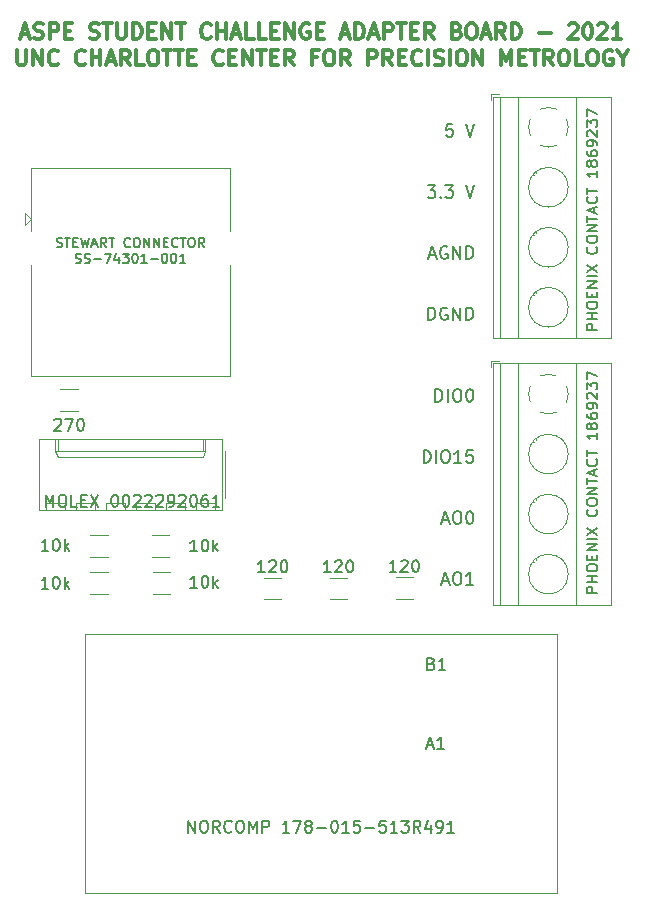
<source format=gbr>
%TF.GenerationSoftware,KiCad,Pcbnew,(5.1.9)-1*%
%TF.CreationDate,2021-06-09T13:11:05-04:00*%
%TF.ProjectId,encoder signal conditioner_rev7,656e636f-6465-4722-9073-69676e616c20,rev?*%
%TF.SameCoordinates,Original*%
%TF.FileFunction,Legend,Top*%
%TF.FilePolarity,Positive*%
%FSLAX46Y46*%
G04 Gerber Fmt 4.6, Leading zero omitted, Abs format (unit mm)*
G04 Created by KiCad (PCBNEW (5.1.9)-1) date 2021-06-09 13:11:05*
%MOMM*%
%LPD*%
G01*
G04 APERTURE LIST*
%ADD10C,0.150000*%
%ADD11C,0.300000*%
%ADD12C,0.120000*%
G04 APERTURE END LIST*
D10*
X105105980Y-75434789D02*
X105220266Y-75472884D01*
X105410742Y-75472884D01*
X105486933Y-75434789D01*
X105525028Y-75396694D01*
X105563123Y-75320503D01*
X105563123Y-75244313D01*
X105525028Y-75168122D01*
X105486933Y-75130027D01*
X105410742Y-75091932D01*
X105258361Y-75053837D01*
X105182171Y-75015741D01*
X105144076Y-74977646D01*
X105105980Y-74901456D01*
X105105980Y-74825265D01*
X105144076Y-74749075D01*
X105182171Y-74710980D01*
X105258361Y-74672884D01*
X105448838Y-74672884D01*
X105563123Y-74710980D01*
X105791695Y-74672884D02*
X106248838Y-74672884D01*
X106020266Y-75472884D02*
X106020266Y-74672884D01*
X106515504Y-75053837D02*
X106782171Y-75053837D01*
X106896457Y-75472884D02*
X106515504Y-75472884D01*
X106515504Y-74672884D01*
X106896457Y-74672884D01*
X107163123Y-74672884D02*
X107353600Y-75472884D01*
X107505980Y-74901456D01*
X107658361Y-75472884D01*
X107848838Y-74672884D01*
X108115504Y-75244313D02*
X108496457Y-75244313D01*
X108039314Y-75472884D02*
X108305980Y-74672884D01*
X108572647Y-75472884D01*
X109296457Y-75472884D02*
X109029790Y-75091932D01*
X108839314Y-75472884D02*
X108839314Y-74672884D01*
X109144076Y-74672884D01*
X109220266Y-74710980D01*
X109258361Y-74749075D01*
X109296457Y-74825265D01*
X109296457Y-74939551D01*
X109258361Y-75015741D01*
X109220266Y-75053837D01*
X109144076Y-75091932D01*
X108839314Y-75091932D01*
X109525028Y-74672884D02*
X109982171Y-74672884D01*
X109753600Y-75472884D02*
X109753600Y-74672884D01*
X111315504Y-75396694D02*
X111277409Y-75434789D01*
X111163123Y-75472884D01*
X111086933Y-75472884D01*
X110972647Y-75434789D01*
X110896457Y-75358599D01*
X110858361Y-75282408D01*
X110820266Y-75130027D01*
X110820266Y-75015741D01*
X110858361Y-74863360D01*
X110896457Y-74787170D01*
X110972647Y-74710980D01*
X111086933Y-74672884D01*
X111163123Y-74672884D01*
X111277409Y-74710980D01*
X111315504Y-74749075D01*
X111810742Y-74672884D02*
X111963123Y-74672884D01*
X112039314Y-74710980D01*
X112115504Y-74787170D01*
X112153600Y-74939551D01*
X112153600Y-75206218D01*
X112115504Y-75358599D01*
X112039314Y-75434789D01*
X111963123Y-75472884D01*
X111810742Y-75472884D01*
X111734552Y-75434789D01*
X111658361Y-75358599D01*
X111620266Y-75206218D01*
X111620266Y-74939551D01*
X111658361Y-74787170D01*
X111734552Y-74710980D01*
X111810742Y-74672884D01*
X112496457Y-75472884D02*
X112496457Y-74672884D01*
X112953600Y-75472884D01*
X112953600Y-74672884D01*
X113334552Y-75472884D02*
X113334552Y-74672884D01*
X113791695Y-75472884D01*
X113791695Y-74672884D01*
X114172647Y-75053837D02*
X114439314Y-75053837D01*
X114553600Y-75472884D02*
X114172647Y-75472884D01*
X114172647Y-74672884D01*
X114553600Y-74672884D01*
X115353600Y-75396694D02*
X115315504Y-75434789D01*
X115201219Y-75472884D01*
X115125028Y-75472884D01*
X115010742Y-75434789D01*
X114934552Y-75358599D01*
X114896457Y-75282408D01*
X114858361Y-75130027D01*
X114858361Y-75015741D01*
X114896457Y-74863360D01*
X114934552Y-74787170D01*
X115010742Y-74710980D01*
X115125028Y-74672884D01*
X115201219Y-74672884D01*
X115315504Y-74710980D01*
X115353600Y-74749075D01*
X115582171Y-74672884D02*
X116039314Y-74672884D01*
X115810742Y-75472884D02*
X115810742Y-74672884D01*
X116458361Y-74672884D02*
X116610742Y-74672884D01*
X116686933Y-74710980D01*
X116763123Y-74787170D01*
X116801219Y-74939551D01*
X116801219Y-75206218D01*
X116763123Y-75358599D01*
X116686933Y-75434789D01*
X116610742Y-75472884D01*
X116458361Y-75472884D01*
X116382171Y-75434789D01*
X116305980Y-75358599D01*
X116267885Y-75206218D01*
X116267885Y-74939551D01*
X116305980Y-74787170D01*
X116382171Y-74710980D01*
X116458361Y-74672884D01*
X117601219Y-75472884D02*
X117334552Y-75091932D01*
X117144076Y-75472884D02*
X117144076Y-74672884D01*
X117448838Y-74672884D01*
X117525028Y-74710980D01*
X117563123Y-74749075D01*
X117601219Y-74825265D01*
X117601219Y-74939551D01*
X117563123Y-75015741D01*
X117525028Y-75053837D01*
X117448838Y-75091932D01*
X117144076Y-75091932D01*
X106705980Y-76784789D02*
X106820266Y-76822884D01*
X107010742Y-76822884D01*
X107086933Y-76784789D01*
X107125028Y-76746694D01*
X107163123Y-76670503D01*
X107163123Y-76594313D01*
X107125028Y-76518122D01*
X107086933Y-76480027D01*
X107010742Y-76441932D01*
X106858361Y-76403837D01*
X106782171Y-76365741D01*
X106744076Y-76327646D01*
X106705980Y-76251456D01*
X106705980Y-76175265D01*
X106744076Y-76099075D01*
X106782171Y-76060980D01*
X106858361Y-76022884D01*
X107048838Y-76022884D01*
X107163123Y-76060980D01*
X107467885Y-76784789D02*
X107582171Y-76822884D01*
X107772647Y-76822884D01*
X107848838Y-76784789D01*
X107886933Y-76746694D01*
X107925028Y-76670503D01*
X107925028Y-76594313D01*
X107886933Y-76518122D01*
X107848838Y-76480027D01*
X107772647Y-76441932D01*
X107620266Y-76403837D01*
X107544076Y-76365741D01*
X107505980Y-76327646D01*
X107467885Y-76251456D01*
X107467885Y-76175265D01*
X107505980Y-76099075D01*
X107544076Y-76060980D01*
X107620266Y-76022884D01*
X107810742Y-76022884D01*
X107925028Y-76060980D01*
X108267885Y-76518122D02*
X108877409Y-76518122D01*
X109182171Y-76022884D02*
X109715504Y-76022884D01*
X109372647Y-76822884D01*
X110363123Y-76289551D02*
X110363123Y-76822884D01*
X110172647Y-75984789D02*
X109982171Y-76556218D01*
X110477409Y-76556218D01*
X110705980Y-76022884D02*
X111201219Y-76022884D01*
X110934552Y-76327646D01*
X111048838Y-76327646D01*
X111125028Y-76365741D01*
X111163123Y-76403837D01*
X111201219Y-76480027D01*
X111201219Y-76670503D01*
X111163123Y-76746694D01*
X111125028Y-76784789D01*
X111048838Y-76822884D01*
X110820266Y-76822884D01*
X110744076Y-76784789D01*
X110705980Y-76746694D01*
X111696457Y-76022884D02*
X111772647Y-76022884D01*
X111848838Y-76060980D01*
X111886933Y-76099075D01*
X111925028Y-76175265D01*
X111963123Y-76327646D01*
X111963123Y-76518122D01*
X111925028Y-76670503D01*
X111886933Y-76746694D01*
X111848838Y-76784789D01*
X111772647Y-76822884D01*
X111696457Y-76822884D01*
X111620266Y-76784789D01*
X111582171Y-76746694D01*
X111544076Y-76670503D01*
X111505980Y-76518122D01*
X111505980Y-76327646D01*
X111544076Y-76175265D01*
X111582171Y-76099075D01*
X111620266Y-76060980D01*
X111696457Y-76022884D01*
X112725028Y-76822884D02*
X112267885Y-76822884D01*
X112496457Y-76822884D02*
X112496457Y-76022884D01*
X112420266Y-76137170D01*
X112344076Y-76213360D01*
X112267885Y-76251456D01*
X113067885Y-76518122D02*
X113677409Y-76518122D01*
X114210742Y-76022884D02*
X114286933Y-76022884D01*
X114363123Y-76060980D01*
X114401219Y-76099075D01*
X114439314Y-76175265D01*
X114477409Y-76327646D01*
X114477409Y-76518122D01*
X114439314Y-76670503D01*
X114401219Y-76746694D01*
X114363123Y-76784789D01*
X114286933Y-76822884D01*
X114210742Y-76822884D01*
X114134552Y-76784789D01*
X114096457Y-76746694D01*
X114058361Y-76670503D01*
X114020266Y-76518122D01*
X114020266Y-76327646D01*
X114058361Y-76175265D01*
X114096457Y-76099075D01*
X114134552Y-76060980D01*
X114210742Y-76022884D01*
X114972647Y-76022884D02*
X115048838Y-76022884D01*
X115125028Y-76060980D01*
X115163123Y-76099075D01*
X115201219Y-76175265D01*
X115239314Y-76327646D01*
X115239314Y-76518122D01*
X115201219Y-76670503D01*
X115163123Y-76746694D01*
X115125028Y-76784789D01*
X115048838Y-76822884D01*
X114972647Y-76822884D01*
X114896457Y-76784789D01*
X114858361Y-76746694D01*
X114820266Y-76670503D01*
X114782171Y-76518122D01*
X114782171Y-76327646D01*
X114820266Y-76175265D01*
X114858361Y-76099075D01*
X114896457Y-76060980D01*
X114972647Y-76022884D01*
X116001219Y-76822884D02*
X115544076Y-76822884D01*
X115772647Y-76822884D02*
X115772647Y-76022884D01*
X115696457Y-76137170D01*
X115620266Y-76213360D01*
X115544076Y-76251456D01*
D11*
X102101175Y-57460866D02*
X102720222Y-57460866D01*
X101977365Y-57832295D02*
X102410699Y-56532295D01*
X102844032Y-57832295D01*
X103215460Y-57770390D02*
X103401175Y-57832295D01*
X103710699Y-57832295D01*
X103834508Y-57770390D01*
X103896413Y-57708485D01*
X103958318Y-57584676D01*
X103958318Y-57460866D01*
X103896413Y-57337057D01*
X103834508Y-57275152D01*
X103710699Y-57213247D01*
X103463080Y-57151342D01*
X103339270Y-57089438D01*
X103277365Y-57027533D01*
X103215460Y-56903723D01*
X103215460Y-56779914D01*
X103277365Y-56656104D01*
X103339270Y-56594200D01*
X103463080Y-56532295D01*
X103772603Y-56532295D01*
X103958318Y-56594200D01*
X104515460Y-57832295D02*
X104515460Y-56532295D01*
X105010699Y-56532295D01*
X105134508Y-56594200D01*
X105196413Y-56656104D01*
X105258318Y-56779914D01*
X105258318Y-56965628D01*
X105196413Y-57089438D01*
X105134508Y-57151342D01*
X105010699Y-57213247D01*
X104515460Y-57213247D01*
X105815460Y-57151342D02*
X106248794Y-57151342D01*
X106434508Y-57832295D02*
X105815460Y-57832295D01*
X105815460Y-56532295D01*
X106434508Y-56532295D01*
X107920222Y-57770390D02*
X108105937Y-57832295D01*
X108415460Y-57832295D01*
X108539270Y-57770390D01*
X108601175Y-57708485D01*
X108663080Y-57584676D01*
X108663080Y-57460866D01*
X108601175Y-57337057D01*
X108539270Y-57275152D01*
X108415460Y-57213247D01*
X108167841Y-57151342D01*
X108044032Y-57089438D01*
X107982127Y-57027533D01*
X107920222Y-56903723D01*
X107920222Y-56779914D01*
X107982127Y-56656104D01*
X108044032Y-56594200D01*
X108167841Y-56532295D01*
X108477365Y-56532295D01*
X108663080Y-56594200D01*
X109034508Y-56532295D02*
X109777365Y-56532295D01*
X109405937Y-57832295D02*
X109405937Y-56532295D01*
X110210699Y-56532295D02*
X110210699Y-57584676D01*
X110272603Y-57708485D01*
X110334508Y-57770390D01*
X110458318Y-57832295D01*
X110705937Y-57832295D01*
X110829746Y-57770390D01*
X110891651Y-57708485D01*
X110953556Y-57584676D01*
X110953556Y-56532295D01*
X111572603Y-57832295D02*
X111572603Y-56532295D01*
X111882127Y-56532295D01*
X112067841Y-56594200D01*
X112191651Y-56718009D01*
X112253556Y-56841819D01*
X112315460Y-57089438D01*
X112315460Y-57275152D01*
X112253556Y-57522771D01*
X112191651Y-57646580D01*
X112067841Y-57770390D01*
X111882127Y-57832295D01*
X111572603Y-57832295D01*
X112872603Y-57151342D02*
X113305937Y-57151342D01*
X113491651Y-57832295D02*
X112872603Y-57832295D01*
X112872603Y-56532295D01*
X113491651Y-56532295D01*
X114048794Y-57832295D02*
X114048794Y-56532295D01*
X114791651Y-57832295D01*
X114791651Y-56532295D01*
X115224984Y-56532295D02*
X115967841Y-56532295D01*
X115596413Y-57832295D02*
X115596413Y-56532295D01*
X118134508Y-57708485D02*
X118072603Y-57770390D01*
X117886889Y-57832295D01*
X117763080Y-57832295D01*
X117577365Y-57770390D01*
X117453556Y-57646580D01*
X117391651Y-57522771D01*
X117329746Y-57275152D01*
X117329746Y-57089438D01*
X117391651Y-56841819D01*
X117453556Y-56718009D01*
X117577365Y-56594200D01*
X117763080Y-56532295D01*
X117886889Y-56532295D01*
X118072603Y-56594200D01*
X118134508Y-56656104D01*
X118691651Y-57832295D02*
X118691651Y-56532295D01*
X118691651Y-57151342D02*
X119434508Y-57151342D01*
X119434508Y-57832295D02*
X119434508Y-56532295D01*
X119991651Y-57460866D02*
X120610699Y-57460866D01*
X119867841Y-57832295D02*
X120301175Y-56532295D01*
X120734508Y-57832295D01*
X121786889Y-57832295D02*
X121167841Y-57832295D01*
X121167841Y-56532295D01*
X122839270Y-57832295D02*
X122220222Y-57832295D01*
X122220222Y-56532295D01*
X123272603Y-57151342D02*
X123705937Y-57151342D01*
X123891651Y-57832295D02*
X123272603Y-57832295D01*
X123272603Y-56532295D01*
X123891651Y-56532295D01*
X124448794Y-57832295D02*
X124448794Y-56532295D01*
X125191651Y-57832295D01*
X125191651Y-56532295D01*
X126491651Y-56594200D02*
X126367841Y-56532295D01*
X126182127Y-56532295D01*
X125996413Y-56594200D01*
X125872603Y-56718009D01*
X125810699Y-56841819D01*
X125748794Y-57089438D01*
X125748794Y-57275152D01*
X125810699Y-57522771D01*
X125872603Y-57646580D01*
X125996413Y-57770390D01*
X126182127Y-57832295D01*
X126305937Y-57832295D01*
X126491651Y-57770390D01*
X126553556Y-57708485D01*
X126553556Y-57275152D01*
X126305937Y-57275152D01*
X127110699Y-57151342D02*
X127544032Y-57151342D01*
X127729746Y-57832295D02*
X127110699Y-57832295D01*
X127110699Y-56532295D01*
X127729746Y-56532295D01*
X129215460Y-57460866D02*
X129834508Y-57460866D01*
X129091651Y-57832295D02*
X129524984Y-56532295D01*
X129958318Y-57832295D01*
X130391651Y-57832295D02*
X130391651Y-56532295D01*
X130701175Y-56532295D01*
X130886889Y-56594200D01*
X131010699Y-56718009D01*
X131072603Y-56841819D01*
X131134508Y-57089438D01*
X131134508Y-57275152D01*
X131072603Y-57522771D01*
X131010699Y-57646580D01*
X130886889Y-57770390D01*
X130701175Y-57832295D01*
X130391651Y-57832295D01*
X131629746Y-57460866D02*
X132248794Y-57460866D01*
X131505937Y-57832295D02*
X131939270Y-56532295D01*
X132372603Y-57832295D01*
X132805937Y-57832295D02*
X132805937Y-56532295D01*
X133301175Y-56532295D01*
X133424984Y-56594200D01*
X133486889Y-56656104D01*
X133548794Y-56779914D01*
X133548794Y-56965628D01*
X133486889Y-57089438D01*
X133424984Y-57151342D01*
X133301175Y-57213247D01*
X132805937Y-57213247D01*
X133920222Y-56532295D02*
X134663080Y-56532295D01*
X134291651Y-57832295D02*
X134291651Y-56532295D01*
X135096413Y-57151342D02*
X135529746Y-57151342D01*
X135715460Y-57832295D02*
X135096413Y-57832295D01*
X135096413Y-56532295D01*
X135715460Y-56532295D01*
X137015460Y-57832295D02*
X136582127Y-57213247D01*
X136272603Y-57832295D02*
X136272603Y-56532295D01*
X136767841Y-56532295D01*
X136891651Y-56594200D01*
X136953556Y-56656104D01*
X137015460Y-56779914D01*
X137015460Y-56965628D01*
X136953556Y-57089438D01*
X136891651Y-57151342D01*
X136767841Y-57213247D01*
X136272603Y-57213247D01*
X138996413Y-57151342D02*
X139182127Y-57213247D01*
X139244032Y-57275152D01*
X139305937Y-57398961D01*
X139305937Y-57584676D01*
X139244032Y-57708485D01*
X139182127Y-57770390D01*
X139058318Y-57832295D01*
X138563080Y-57832295D01*
X138563080Y-56532295D01*
X138996413Y-56532295D01*
X139120222Y-56594200D01*
X139182127Y-56656104D01*
X139244032Y-56779914D01*
X139244032Y-56903723D01*
X139182127Y-57027533D01*
X139120222Y-57089438D01*
X138996413Y-57151342D01*
X138563080Y-57151342D01*
X140110699Y-56532295D02*
X140358318Y-56532295D01*
X140482127Y-56594200D01*
X140605937Y-56718009D01*
X140667841Y-56965628D01*
X140667841Y-57398961D01*
X140605937Y-57646580D01*
X140482127Y-57770390D01*
X140358318Y-57832295D01*
X140110699Y-57832295D01*
X139986889Y-57770390D01*
X139863080Y-57646580D01*
X139801175Y-57398961D01*
X139801175Y-56965628D01*
X139863080Y-56718009D01*
X139986889Y-56594200D01*
X140110699Y-56532295D01*
X141163080Y-57460866D02*
X141782127Y-57460866D01*
X141039270Y-57832295D02*
X141472603Y-56532295D01*
X141905937Y-57832295D01*
X143082127Y-57832295D02*
X142648794Y-57213247D01*
X142339270Y-57832295D02*
X142339270Y-56532295D01*
X142834508Y-56532295D01*
X142958318Y-56594200D01*
X143020222Y-56656104D01*
X143082127Y-56779914D01*
X143082127Y-56965628D01*
X143020222Y-57089438D01*
X142958318Y-57151342D01*
X142834508Y-57213247D01*
X142339270Y-57213247D01*
X143639270Y-57832295D02*
X143639270Y-56532295D01*
X143948794Y-56532295D01*
X144134508Y-56594200D01*
X144258318Y-56718009D01*
X144320222Y-56841819D01*
X144382127Y-57089438D01*
X144382127Y-57275152D01*
X144320222Y-57522771D01*
X144258318Y-57646580D01*
X144134508Y-57770390D01*
X143948794Y-57832295D01*
X143639270Y-57832295D01*
X145929746Y-57337057D02*
X146920222Y-57337057D01*
X148467841Y-56656104D02*
X148529746Y-56594200D01*
X148653556Y-56532295D01*
X148963080Y-56532295D01*
X149086889Y-56594200D01*
X149148794Y-56656104D01*
X149210699Y-56779914D01*
X149210699Y-56903723D01*
X149148794Y-57089438D01*
X148405937Y-57832295D01*
X149210699Y-57832295D01*
X150015460Y-56532295D02*
X150139270Y-56532295D01*
X150263080Y-56594200D01*
X150324984Y-56656104D01*
X150386889Y-56779914D01*
X150448794Y-57027533D01*
X150448794Y-57337057D01*
X150386889Y-57584676D01*
X150324984Y-57708485D01*
X150263080Y-57770390D01*
X150139270Y-57832295D01*
X150015460Y-57832295D01*
X149891651Y-57770390D01*
X149829746Y-57708485D01*
X149767841Y-57584676D01*
X149705937Y-57337057D01*
X149705937Y-57027533D01*
X149767841Y-56779914D01*
X149829746Y-56656104D01*
X149891651Y-56594200D01*
X150015460Y-56532295D01*
X150944032Y-56656104D02*
X151005937Y-56594200D01*
X151129746Y-56532295D01*
X151439270Y-56532295D01*
X151563080Y-56594200D01*
X151624984Y-56656104D01*
X151686889Y-56779914D01*
X151686889Y-56903723D01*
X151624984Y-57089438D01*
X150882127Y-57832295D01*
X151686889Y-57832295D01*
X152924984Y-57832295D02*
X152182127Y-57832295D01*
X152553556Y-57832295D02*
X152553556Y-56532295D01*
X152429746Y-56718009D01*
X152305937Y-56841819D01*
X152182127Y-56903723D01*
X101760699Y-58782295D02*
X101760699Y-59834676D01*
X101822603Y-59958485D01*
X101884508Y-60020390D01*
X102008318Y-60082295D01*
X102255937Y-60082295D01*
X102379746Y-60020390D01*
X102441651Y-59958485D01*
X102503556Y-59834676D01*
X102503556Y-58782295D01*
X103122603Y-60082295D02*
X103122603Y-58782295D01*
X103865460Y-60082295D01*
X103865460Y-58782295D01*
X105227365Y-59958485D02*
X105165460Y-60020390D01*
X104979746Y-60082295D01*
X104855937Y-60082295D01*
X104670222Y-60020390D01*
X104546413Y-59896580D01*
X104484508Y-59772771D01*
X104422603Y-59525152D01*
X104422603Y-59339438D01*
X104484508Y-59091819D01*
X104546413Y-58968009D01*
X104670222Y-58844200D01*
X104855937Y-58782295D01*
X104979746Y-58782295D01*
X105165460Y-58844200D01*
X105227365Y-58906104D01*
X107517841Y-59958485D02*
X107455937Y-60020390D01*
X107270222Y-60082295D01*
X107146413Y-60082295D01*
X106960699Y-60020390D01*
X106836889Y-59896580D01*
X106774984Y-59772771D01*
X106713080Y-59525152D01*
X106713080Y-59339438D01*
X106774984Y-59091819D01*
X106836889Y-58968009D01*
X106960699Y-58844200D01*
X107146413Y-58782295D01*
X107270222Y-58782295D01*
X107455937Y-58844200D01*
X107517841Y-58906104D01*
X108074984Y-60082295D02*
X108074984Y-58782295D01*
X108074984Y-59401342D02*
X108817841Y-59401342D01*
X108817841Y-60082295D02*
X108817841Y-58782295D01*
X109374984Y-59710866D02*
X109994032Y-59710866D01*
X109251175Y-60082295D02*
X109684508Y-58782295D01*
X110117841Y-60082295D01*
X111294032Y-60082295D02*
X110860699Y-59463247D01*
X110551175Y-60082295D02*
X110551175Y-58782295D01*
X111046413Y-58782295D01*
X111170222Y-58844200D01*
X111232127Y-58906104D01*
X111294032Y-59029914D01*
X111294032Y-59215628D01*
X111232127Y-59339438D01*
X111170222Y-59401342D01*
X111046413Y-59463247D01*
X110551175Y-59463247D01*
X112470222Y-60082295D02*
X111851175Y-60082295D01*
X111851175Y-58782295D01*
X113151175Y-58782295D02*
X113398794Y-58782295D01*
X113522603Y-58844200D01*
X113646413Y-58968009D01*
X113708318Y-59215628D01*
X113708318Y-59648961D01*
X113646413Y-59896580D01*
X113522603Y-60020390D01*
X113398794Y-60082295D01*
X113151175Y-60082295D01*
X113027365Y-60020390D01*
X112903556Y-59896580D01*
X112841651Y-59648961D01*
X112841651Y-59215628D01*
X112903556Y-58968009D01*
X113027365Y-58844200D01*
X113151175Y-58782295D01*
X114079746Y-58782295D02*
X114822603Y-58782295D01*
X114451175Y-60082295D02*
X114451175Y-58782295D01*
X115070222Y-58782295D02*
X115813080Y-58782295D01*
X115441651Y-60082295D02*
X115441651Y-58782295D01*
X116246413Y-59401342D02*
X116679746Y-59401342D01*
X116865460Y-60082295D02*
X116246413Y-60082295D01*
X116246413Y-58782295D01*
X116865460Y-58782295D01*
X119155937Y-59958485D02*
X119094032Y-60020390D01*
X118908318Y-60082295D01*
X118784508Y-60082295D01*
X118598794Y-60020390D01*
X118474984Y-59896580D01*
X118413080Y-59772771D01*
X118351175Y-59525152D01*
X118351175Y-59339438D01*
X118413080Y-59091819D01*
X118474984Y-58968009D01*
X118598794Y-58844200D01*
X118784508Y-58782295D01*
X118908318Y-58782295D01*
X119094032Y-58844200D01*
X119155937Y-58906104D01*
X119713080Y-59401342D02*
X120146413Y-59401342D01*
X120332127Y-60082295D02*
X119713080Y-60082295D01*
X119713080Y-58782295D01*
X120332127Y-58782295D01*
X120889270Y-60082295D02*
X120889270Y-58782295D01*
X121632127Y-60082295D01*
X121632127Y-58782295D01*
X122065460Y-58782295D02*
X122808318Y-58782295D01*
X122436889Y-60082295D02*
X122436889Y-58782295D01*
X123241651Y-59401342D02*
X123674984Y-59401342D01*
X123860699Y-60082295D02*
X123241651Y-60082295D01*
X123241651Y-58782295D01*
X123860699Y-58782295D01*
X125160699Y-60082295D02*
X124727365Y-59463247D01*
X124417841Y-60082295D02*
X124417841Y-58782295D01*
X124913080Y-58782295D01*
X125036889Y-58844200D01*
X125098794Y-58906104D01*
X125160699Y-59029914D01*
X125160699Y-59215628D01*
X125098794Y-59339438D01*
X125036889Y-59401342D01*
X124913080Y-59463247D01*
X124417841Y-59463247D01*
X127141651Y-59401342D02*
X126708318Y-59401342D01*
X126708318Y-60082295D02*
X126708318Y-58782295D01*
X127327365Y-58782295D01*
X128070222Y-58782295D02*
X128317841Y-58782295D01*
X128441651Y-58844200D01*
X128565460Y-58968009D01*
X128627365Y-59215628D01*
X128627365Y-59648961D01*
X128565460Y-59896580D01*
X128441651Y-60020390D01*
X128317841Y-60082295D01*
X128070222Y-60082295D01*
X127946413Y-60020390D01*
X127822603Y-59896580D01*
X127760699Y-59648961D01*
X127760699Y-59215628D01*
X127822603Y-58968009D01*
X127946413Y-58844200D01*
X128070222Y-58782295D01*
X129927365Y-60082295D02*
X129494032Y-59463247D01*
X129184508Y-60082295D02*
X129184508Y-58782295D01*
X129679746Y-58782295D01*
X129803556Y-58844200D01*
X129865460Y-58906104D01*
X129927365Y-59029914D01*
X129927365Y-59215628D01*
X129865460Y-59339438D01*
X129803556Y-59401342D01*
X129679746Y-59463247D01*
X129184508Y-59463247D01*
X131474984Y-60082295D02*
X131474984Y-58782295D01*
X131970222Y-58782295D01*
X132094032Y-58844200D01*
X132155937Y-58906104D01*
X132217841Y-59029914D01*
X132217841Y-59215628D01*
X132155937Y-59339438D01*
X132094032Y-59401342D01*
X131970222Y-59463247D01*
X131474984Y-59463247D01*
X133517841Y-60082295D02*
X133084508Y-59463247D01*
X132774984Y-60082295D02*
X132774984Y-58782295D01*
X133270222Y-58782295D01*
X133394032Y-58844200D01*
X133455937Y-58906104D01*
X133517841Y-59029914D01*
X133517841Y-59215628D01*
X133455937Y-59339438D01*
X133394032Y-59401342D01*
X133270222Y-59463247D01*
X132774984Y-59463247D01*
X134074984Y-59401342D02*
X134508318Y-59401342D01*
X134694032Y-60082295D02*
X134074984Y-60082295D01*
X134074984Y-58782295D01*
X134694032Y-58782295D01*
X135994032Y-59958485D02*
X135932127Y-60020390D01*
X135746413Y-60082295D01*
X135622603Y-60082295D01*
X135436889Y-60020390D01*
X135313080Y-59896580D01*
X135251175Y-59772771D01*
X135189270Y-59525152D01*
X135189270Y-59339438D01*
X135251175Y-59091819D01*
X135313080Y-58968009D01*
X135436889Y-58844200D01*
X135622603Y-58782295D01*
X135746413Y-58782295D01*
X135932127Y-58844200D01*
X135994032Y-58906104D01*
X136551175Y-60082295D02*
X136551175Y-58782295D01*
X137108318Y-60020390D02*
X137294032Y-60082295D01*
X137603556Y-60082295D01*
X137727365Y-60020390D01*
X137789270Y-59958485D01*
X137851175Y-59834676D01*
X137851175Y-59710866D01*
X137789270Y-59587057D01*
X137727365Y-59525152D01*
X137603556Y-59463247D01*
X137355937Y-59401342D01*
X137232127Y-59339438D01*
X137170222Y-59277533D01*
X137108318Y-59153723D01*
X137108318Y-59029914D01*
X137170222Y-58906104D01*
X137232127Y-58844200D01*
X137355937Y-58782295D01*
X137665460Y-58782295D01*
X137851175Y-58844200D01*
X138408318Y-60082295D02*
X138408318Y-58782295D01*
X139274984Y-58782295D02*
X139522603Y-58782295D01*
X139646413Y-58844200D01*
X139770222Y-58968009D01*
X139832127Y-59215628D01*
X139832127Y-59648961D01*
X139770222Y-59896580D01*
X139646413Y-60020390D01*
X139522603Y-60082295D01*
X139274984Y-60082295D01*
X139151175Y-60020390D01*
X139027365Y-59896580D01*
X138965460Y-59648961D01*
X138965460Y-59215628D01*
X139027365Y-58968009D01*
X139151175Y-58844200D01*
X139274984Y-58782295D01*
X140389270Y-60082295D02*
X140389270Y-58782295D01*
X141132127Y-60082295D01*
X141132127Y-58782295D01*
X142741651Y-60082295D02*
X142741651Y-58782295D01*
X143174984Y-59710866D01*
X143608318Y-58782295D01*
X143608318Y-60082295D01*
X144227365Y-59401342D02*
X144660699Y-59401342D01*
X144846413Y-60082295D02*
X144227365Y-60082295D01*
X144227365Y-58782295D01*
X144846413Y-58782295D01*
X145217841Y-58782295D02*
X145960699Y-58782295D01*
X145589270Y-60082295D02*
X145589270Y-58782295D01*
X147136889Y-60082295D02*
X146703556Y-59463247D01*
X146394032Y-60082295D02*
X146394032Y-58782295D01*
X146889270Y-58782295D01*
X147013080Y-58844200D01*
X147074984Y-58906104D01*
X147136889Y-59029914D01*
X147136889Y-59215628D01*
X147074984Y-59339438D01*
X147013080Y-59401342D01*
X146889270Y-59463247D01*
X146394032Y-59463247D01*
X147941651Y-58782295D02*
X148189270Y-58782295D01*
X148313080Y-58844200D01*
X148436889Y-58968009D01*
X148498794Y-59215628D01*
X148498794Y-59648961D01*
X148436889Y-59896580D01*
X148313080Y-60020390D01*
X148189270Y-60082295D01*
X147941651Y-60082295D01*
X147817841Y-60020390D01*
X147694032Y-59896580D01*
X147632127Y-59648961D01*
X147632127Y-59215628D01*
X147694032Y-58968009D01*
X147817841Y-58844200D01*
X147941651Y-58782295D01*
X149674984Y-60082295D02*
X149055937Y-60082295D01*
X149055937Y-58782295D01*
X150355937Y-58782295D02*
X150603556Y-58782295D01*
X150727365Y-58844200D01*
X150851175Y-58968009D01*
X150913080Y-59215628D01*
X150913080Y-59648961D01*
X150851175Y-59896580D01*
X150727365Y-60020390D01*
X150603556Y-60082295D01*
X150355937Y-60082295D01*
X150232127Y-60020390D01*
X150108318Y-59896580D01*
X150046413Y-59648961D01*
X150046413Y-59215628D01*
X150108318Y-58968009D01*
X150232127Y-58844200D01*
X150355937Y-58782295D01*
X152151175Y-58844200D02*
X152027365Y-58782295D01*
X151841651Y-58782295D01*
X151655937Y-58844200D01*
X151532127Y-58968009D01*
X151470222Y-59091819D01*
X151408318Y-59339438D01*
X151408318Y-59525152D01*
X151470222Y-59772771D01*
X151532127Y-59896580D01*
X151655937Y-60020390D01*
X151841651Y-60082295D01*
X151965460Y-60082295D01*
X152151175Y-60020390D01*
X152213080Y-59958485D01*
X152213080Y-59525152D01*
X151965460Y-59525152D01*
X153017841Y-59463247D02*
X153017841Y-60082295D01*
X152584508Y-58782295D02*
X153017841Y-59463247D01*
X153451175Y-58782295D01*
D10*
X138620240Y-65072640D02*
X138120240Y-65072640D01*
X138070240Y-65572640D01*
X138120240Y-65522640D01*
X138220240Y-65472640D01*
X138470240Y-65472640D01*
X138570240Y-65522640D01*
X138620240Y-65572640D01*
X138670240Y-65672640D01*
X138670240Y-65922640D01*
X138620240Y-66022640D01*
X138570240Y-66072640D01*
X138470240Y-66122640D01*
X138220240Y-66122640D01*
X138120240Y-66072640D01*
X138070240Y-66022640D01*
X139770240Y-65072640D02*
X140120240Y-66122640D01*
X140470240Y-65072640D01*
X136520240Y-70247640D02*
X137170240Y-70247640D01*
X136820240Y-70647640D01*
X136970240Y-70647640D01*
X137070240Y-70697640D01*
X137120240Y-70747640D01*
X137170240Y-70847640D01*
X137170240Y-71097640D01*
X137120240Y-71197640D01*
X137070240Y-71247640D01*
X136970240Y-71297640D01*
X136670240Y-71297640D01*
X136570240Y-71247640D01*
X136520240Y-71197640D01*
X137620240Y-71197640D02*
X137670240Y-71247640D01*
X137620240Y-71297640D01*
X137570240Y-71247640D01*
X137620240Y-71197640D01*
X137620240Y-71297640D01*
X138020240Y-70247640D02*
X138670240Y-70247640D01*
X138320240Y-70647640D01*
X138470240Y-70647640D01*
X138570240Y-70697640D01*
X138620240Y-70747640D01*
X138670240Y-70847640D01*
X138670240Y-71097640D01*
X138620240Y-71197640D01*
X138570240Y-71247640D01*
X138470240Y-71297640D01*
X138170240Y-71297640D01*
X138070240Y-71247640D01*
X138020240Y-71197640D01*
X139770240Y-70247640D02*
X140120240Y-71297640D01*
X140470240Y-70247640D01*
X136670240Y-76172640D02*
X137170240Y-76172640D01*
X136570240Y-76472640D02*
X136920240Y-75422640D01*
X137270240Y-76472640D01*
X138170240Y-75472640D02*
X138070240Y-75422640D01*
X137920240Y-75422640D01*
X137770240Y-75472640D01*
X137670240Y-75572640D01*
X137620240Y-75672640D01*
X137570240Y-75872640D01*
X137570240Y-76022640D01*
X137620240Y-76222640D01*
X137670240Y-76322640D01*
X137770240Y-76422640D01*
X137920240Y-76472640D01*
X138020240Y-76472640D01*
X138170240Y-76422640D01*
X138220240Y-76372640D01*
X138220240Y-76022640D01*
X138020240Y-76022640D01*
X138670240Y-76472640D02*
X138670240Y-75422640D01*
X139270240Y-76472640D01*
X139270240Y-75422640D01*
X139770240Y-76472640D02*
X139770240Y-75422640D01*
X140020240Y-75422640D01*
X140170240Y-75472640D01*
X140270240Y-75572640D01*
X140320240Y-75672640D01*
X140370240Y-75872640D01*
X140370240Y-76022640D01*
X140320240Y-76222640D01*
X140270240Y-76322640D01*
X140170240Y-76422640D01*
X140020240Y-76472640D01*
X139770240Y-76472640D01*
X136570240Y-81647640D02*
X136570240Y-80597640D01*
X136820240Y-80597640D01*
X136970240Y-80647640D01*
X137070240Y-80747640D01*
X137120240Y-80847640D01*
X137170240Y-81047640D01*
X137170240Y-81197640D01*
X137120240Y-81397640D01*
X137070240Y-81497640D01*
X136970240Y-81597640D01*
X136820240Y-81647640D01*
X136570240Y-81647640D01*
X138170240Y-80647640D02*
X138070240Y-80597640D01*
X137920240Y-80597640D01*
X137770240Y-80647640D01*
X137670240Y-80747640D01*
X137620240Y-80847640D01*
X137570240Y-81047640D01*
X137570240Y-81197640D01*
X137620240Y-81397640D01*
X137670240Y-81497640D01*
X137770240Y-81597640D01*
X137920240Y-81647640D01*
X138020240Y-81647640D01*
X138170240Y-81597640D01*
X138220240Y-81547640D01*
X138220240Y-81197640D01*
X138020240Y-81197640D01*
X138670240Y-81647640D02*
X138670240Y-80597640D01*
X139270240Y-81647640D01*
X139270240Y-80597640D01*
X139770240Y-81647640D02*
X139770240Y-80597640D01*
X140020240Y-80597640D01*
X140170240Y-80647640D01*
X140270240Y-80747640D01*
X140320240Y-80847640D01*
X140370240Y-81047640D01*
X140370240Y-81197640D01*
X140320240Y-81397640D01*
X140270240Y-81497640D01*
X140170240Y-81597640D01*
X140020240Y-81647640D01*
X139770240Y-81647640D01*
X137170240Y-88547640D02*
X137170240Y-87497640D01*
X137420240Y-87497640D01*
X137570240Y-87547640D01*
X137670240Y-87647640D01*
X137720240Y-87747640D01*
X137770240Y-87947640D01*
X137770240Y-88097640D01*
X137720240Y-88297640D01*
X137670240Y-88397640D01*
X137570240Y-88497640D01*
X137420240Y-88547640D01*
X137170240Y-88547640D01*
X138220240Y-88547640D02*
X138220240Y-87497640D01*
X138920240Y-87497640D02*
X139120240Y-87497640D01*
X139220240Y-87547640D01*
X139320240Y-87647640D01*
X139370240Y-87847640D01*
X139370240Y-88197640D01*
X139320240Y-88397640D01*
X139220240Y-88497640D01*
X139120240Y-88547640D01*
X138920240Y-88547640D01*
X138820240Y-88497640D01*
X138720240Y-88397640D01*
X138670240Y-88197640D01*
X138670240Y-87847640D01*
X138720240Y-87647640D01*
X138820240Y-87547640D01*
X138920240Y-87497640D01*
X140020240Y-87497640D02*
X140120240Y-87497640D01*
X140220240Y-87547640D01*
X140270240Y-87597640D01*
X140320240Y-87697640D01*
X140370240Y-87897640D01*
X140370240Y-88147640D01*
X140320240Y-88347640D01*
X140270240Y-88447640D01*
X140220240Y-88497640D01*
X140120240Y-88547640D01*
X140020240Y-88547640D01*
X139920240Y-88497640D01*
X139870240Y-88447640D01*
X139820240Y-88347640D01*
X139770240Y-88147640D01*
X139770240Y-87897640D01*
X139820240Y-87697640D01*
X139870240Y-87597640D01*
X139920240Y-87547640D01*
X140020240Y-87497640D01*
X136170240Y-93722640D02*
X136170240Y-92672640D01*
X136420240Y-92672640D01*
X136570240Y-92722640D01*
X136670240Y-92822640D01*
X136720240Y-92922640D01*
X136770240Y-93122640D01*
X136770240Y-93272640D01*
X136720240Y-93472640D01*
X136670240Y-93572640D01*
X136570240Y-93672640D01*
X136420240Y-93722640D01*
X136170240Y-93722640D01*
X137220240Y-93722640D02*
X137220240Y-92672640D01*
X137920240Y-92672640D02*
X138120240Y-92672640D01*
X138220240Y-92722640D01*
X138320240Y-92822640D01*
X138370240Y-93022640D01*
X138370240Y-93372640D01*
X138320240Y-93572640D01*
X138220240Y-93672640D01*
X138120240Y-93722640D01*
X137920240Y-93722640D01*
X137820240Y-93672640D01*
X137720240Y-93572640D01*
X137670240Y-93372640D01*
X137670240Y-93022640D01*
X137720240Y-92822640D01*
X137820240Y-92722640D01*
X137920240Y-92672640D01*
X139370240Y-93722640D02*
X138770240Y-93722640D01*
X139070240Y-93722640D02*
X139070240Y-92672640D01*
X138970240Y-92822640D01*
X138870240Y-92922640D01*
X138770240Y-92972640D01*
X140320240Y-92672640D02*
X139820240Y-92672640D01*
X139770240Y-93172640D01*
X139820240Y-93122640D01*
X139920240Y-93072640D01*
X140170240Y-93072640D01*
X140270240Y-93122640D01*
X140320240Y-93172640D01*
X140370240Y-93272640D01*
X140370240Y-93522640D01*
X140320240Y-93622640D01*
X140270240Y-93672640D01*
X140170240Y-93722640D01*
X139920240Y-93722640D01*
X139820240Y-93672640D01*
X139770240Y-93622640D01*
X137770240Y-98597640D02*
X138270240Y-98597640D01*
X137670240Y-98897640D02*
X138020240Y-97847640D01*
X138370240Y-98897640D01*
X138920240Y-97847640D02*
X139120240Y-97847640D01*
X139220240Y-97897640D01*
X139320240Y-97997640D01*
X139370240Y-98197640D01*
X139370240Y-98547640D01*
X139320240Y-98747640D01*
X139220240Y-98847640D01*
X139120240Y-98897640D01*
X138920240Y-98897640D01*
X138820240Y-98847640D01*
X138720240Y-98747640D01*
X138670240Y-98547640D01*
X138670240Y-98197640D01*
X138720240Y-97997640D01*
X138820240Y-97897640D01*
X138920240Y-97847640D01*
X140020240Y-97847640D02*
X140120240Y-97847640D01*
X140220240Y-97897640D01*
X140270240Y-97947640D01*
X140320240Y-98047640D01*
X140370240Y-98247640D01*
X140370240Y-98497640D01*
X140320240Y-98697640D01*
X140270240Y-98797640D01*
X140220240Y-98847640D01*
X140120240Y-98897640D01*
X140020240Y-98897640D01*
X139920240Y-98847640D01*
X139870240Y-98797640D01*
X139820240Y-98697640D01*
X139770240Y-98497640D01*
X139770240Y-98247640D01*
X139820240Y-98047640D01*
X139870240Y-97947640D01*
X139920240Y-97897640D01*
X140020240Y-97847640D01*
X137770240Y-103772640D02*
X138270240Y-103772640D01*
X137670240Y-104072640D02*
X138020240Y-103022640D01*
X138370240Y-104072640D01*
X138920240Y-103022640D02*
X139120240Y-103022640D01*
X139220240Y-103072640D01*
X139320240Y-103172640D01*
X139370240Y-103372640D01*
X139370240Y-103722640D01*
X139320240Y-103922640D01*
X139220240Y-104022640D01*
X139120240Y-104072640D01*
X138920240Y-104072640D01*
X138820240Y-104022640D01*
X138720240Y-103922640D01*
X138670240Y-103722640D01*
X138670240Y-103372640D01*
X138720240Y-103172640D01*
X138820240Y-103072640D01*
X138920240Y-103022640D01*
X140370240Y-104072640D02*
X139770240Y-104072640D01*
X140070240Y-104072640D02*
X140070240Y-103022640D01*
X139970240Y-103172640D01*
X139870240Y-103272640D01*
X139770240Y-103322640D01*
D12*
%TO.C,U1*%
X147510540Y-130200400D02*
X147510540Y-108200400D01*
X107510540Y-130200400D02*
X107510540Y-108200400D01*
X147510540Y-108200400D02*
X107510540Y-108200400D01*
X147510540Y-130200400D02*
X107510540Y-130200400D01*
%TO.C,J2*%
X119088600Y-97744060D02*
X119088600Y-91724060D01*
X119088600Y-91724060D02*
X103628600Y-91724060D01*
X103628600Y-91724060D02*
X103628600Y-97744060D01*
X103628600Y-97744060D02*
X119088600Y-97744060D01*
X119378600Y-96714060D02*
X119378600Y-92714060D01*
X117708600Y-91724060D02*
X117708600Y-92724060D01*
X117708600Y-92724060D02*
X105008600Y-92724060D01*
X105008600Y-92724060D02*
X105008600Y-91724060D01*
X117708600Y-92724060D02*
X117458600Y-93254060D01*
X117458600Y-93254060D02*
X105258600Y-93254060D01*
X105258600Y-93254060D02*
X105008600Y-92724060D01*
X117458600Y-91724060D02*
X117458600Y-92724060D01*
X105258600Y-91724060D02*
X105258600Y-92724060D01*
X118508600Y-97744060D02*
X118508600Y-97144060D01*
X118508600Y-97144060D02*
X116908600Y-97144060D01*
X116908600Y-97144060D02*
X116908600Y-97744060D01*
X115968600Y-97744060D02*
X115968600Y-97144060D01*
X115968600Y-97144060D02*
X114368600Y-97144060D01*
X114368600Y-97144060D02*
X114368600Y-97744060D01*
X113428600Y-97744060D02*
X113428600Y-97144060D01*
X113428600Y-97144060D02*
X111828600Y-97144060D01*
X111828600Y-97144060D02*
X111828600Y-97744060D01*
X110888600Y-97744060D02*
X110888600Y-97144060D01*
X110888600Y-97144060D02*
X109288600Y-97144060D01*
X109288600Y-97144060D02*
X109288600Y-97744060D01*
X108348600Y-97744060D02*
X108348600Y-97144060D01*
X108348600Y-97144060D02*
X106748600Y-97144060D01*
X106748600Y-97144060D02*
X106748600Y-97744060D01*
X105808600Y-97744060D02*
X105808600Y-97144060D01*
X105808600Y-97144060D02*
X104208600Y-97144060D01*
X104208600Y-97144060D02*
X104208600Y-97744060D01*
%TO.C,J4*%
X148420880Y-70411340D02*
G75*
G03*
X148420880Y-70411340I-1680000J0D01*
G01*
X148420880Y-75491340D02*
G75*
G03*
X148420880Y-75491340I-1680000J0D01*
G01*
X148420880Y-80571340D02*
G75*
G03*
X148420880Y-80571340I-1680000J0D01*
G01*
X142640880Y-62731340D02*
X142640880Y-83171340D01*
X144140880Y-62731340D02*
X144140880Y-83171340D01*
X149041880Y-62731340D02*
X149041880Y-83171340D01*
X152001880Y-62731340D02*
X152001880Y-83171340D01*
X142080880Y-62731340D02*
X142080880Y-83171340D01*
X152001880Y-62731340D02*
X142080880Y-62731340D01*
X152001880Y-83171340D02*
X142080880Y-83171340D01*
X147809880Y-71686340D02*
X147763880Y-71639340D01*
X145501880Y-69377340D02*
X145466880Y-69342340D01*
X148015880Y-71481340D02*
X147979880Y-71446340D01*
X145717880Y-69184340D02*
X145671880Y-69137340D01*
X147809880Y-76766340D02*
X147763880Y-76719340D01*
X145501880Y-74457340D02*
X145466880Y-74422340D01*
X148015880Y-76561340D02*
X147979880Y-76526340D01*
X145717880Y-74264340D02*
X145671880Y-74217340D01*
X147809880Y-81846340D02*
X147763880Y-81799340D01*
X145501880Y-79537340D02*
X145466880Y-79502340D01*
X148015880Y-81641340D02*
X147979880Y-81606340D01*
X145717880Y-79344340D02*
X145671880Y-79297340D01*
X142580880Y-62491340D02*
X141840880Y-62491340D01*
X141840880Y-62491340D02*
X141840880Y-62991340D01*
X145060627Y-65360145D02*
G75*
G02*
X145205880Y-64647340I1680253J28805D01*
G01*
X146057838Y-63795914D02*
G75*
G02*
X147424880Y-63796340I683042J-1535426D01*
G01*
X148276306Y-64648298D02*
G75*
G02*
X148275880Y-66015340I-1535426J-683042D01*
G01*
X147423922Y-66866766D02*
G75*
G02*
X146056880Y-66866340I-683042J1535426D01*
G01*
X145206124Y-66014658D02*
G75*
G02*
X145060880Y-65331340I1534756J683318D01*
G01*
%TO.C,J5*%
X148420880Y-93004640D02*
G75*
G03*
X148420880Y-93004640I-1680000J0D01*
G01*
X148420880Y-98084640D02*
G75*
G03*
X148420880Y-98084640I-1680000J0D01*
G01*
X148420880Y-103164640D02*
G75*
G03*
X148420880Y-103164640I-1680000J0D01*
G01*
X142640880Y-85324640D02*
X142640880Y-105764640D01*
X144140880Y-85324640D02*
X144140880Y-105764640D01*
X149041880Y-85324640D02*
X149041880Y-105764640D01*
X152001880Y-85324640D02*
X152001880Y-105764640D01*
X142080880Y-85324640D02*
X142080880Y-105764640D01*
X152001880Y-85324640D02*
X142080880Y-85324640D01*
X152001880Y-105764640D02*
X142080880Y-105764640D01*
X147809880Y-94279640D02*
X147763880Y-94232640D01*
X145501880Y-91970640D02*
X145466880Y-91935640D01*
X148015880Y-94074640D02*
X147979880Y-94039640D01*
X145717880Y-91777640D02*
X145671880Y-91730640D01*
X147809880Y-99359640D02*
X147763880Y-99312640D01*
X145501880Y-97050640D02*
X145466880Y-97015640D01*
X148015880Y-99154640D02*
X147979880Y-99119640D01*
X145717880Y-96857640D02*
X145671880Y-96810640D01*
X147809880Y-104439640D02*
X147763880Y-104392640D01*
X145501880Y-102130640D02*
X145466880Y-102095640D01*
X148015880Y-104234640D02*
X147979880Y-104199640D01*
X145717880Y-101937640D02*
X145671880Y-101890640D01*
X142580880Y-85084640D02*
X141840880Y-85084640D01*
X141840880Y-85084640D02*
X141840880Y-85584640D01*
X145060627Y-87953445D02*
G75*
G02*
X145205880Y-87240640I1680253J28805D01*
G01*
X146057838Y-86389214D02*
G75*
G02*
X147424880Y-86389640I683042J-1535426D01*
G01*
X148276306Y-87241598D02*
G75*
G02*
X148275880Y-88608640I-1535426J-683042D01*
G01*
X147423922Y-89460066D02*
G75*
G02*
X146056880Y-89459640I-683042J1535426D01*
G01*
X145206124Y-88607958D02*
G75*
G02*
X145060880Y-87924640I1534756J683318D01*
G01*
%TO.C,120*%
X122675756Y-103456060D02*
X124129884Y-103456060D01*
X122675756Y-105276060D02*
X124129884Y-105276060D01*
X128246246Y-103456060D02*
X129700374Y-103456060D01*
X128246246Y-105276060D02*
X129700374Y-105276060D01*
X133816736Y-103420500D02*
X135270864Y-103420500D01*
X133816736Y-105240500D02*
X135270864Y-105240500D01*
%TO.C,R7*%
X109421824Y-104813780D02*
X107967696Y-104813780D01*
X109421824Y-102993780D02*
X107967696Y-102993780D01*
%TO.C,R8*%
X109416204Y-101692120D02*
X107962076Y-101692120D01*
X109416204Y-99872120D02*
X107962076Y-99872120D01*
%TO.C,R9*%
X113204636Y-99872120D02*
X114658764Y-99872120D01*
X113204636Y-101692120D02*
X114658764Y-101692120D01*
%TO.C,R10*%
X113224956Y-102993780D02*
X114679084Y-102993780D01*
X113224956Y-104813780D02*
X114679084Y-104813780D01*
%TO.C,270*%
X105432236Y-87507400D02*
X106886364Y-87507400D01*
X105432236Y-89327400D02*
X106886364Y-89327400D01*
%TO.C,J1*%
X102958600Y-86401200D02*
X119758600Y-86401200D01*
X102958600Y-86301200D02*
X102958600Y-77001200D01*
X102958600Y-68801200D02*
X119758600Y-68801200D01*
X119758600Y-68801200D02*
X119758600Y-74101200D01*
X102958600Y-68801200D02*
X102958600Y-74101200D01*
X119758600Y-86401200D02*
X119758600Y-77001200D01*
X102908600Y-73101200D02*
X102408600Y-72601200D01*
X102408600Y-72601200D02*
X102408600Y-73601200D01*
X102408600Y-73601200D02*
X102908600Y-73101200D01*
%TO.C,U1*%
D10*
X116244504Y-125041920D02*
X116244504Y-124041920D01*
X116815933Y-125041920D01*
X116815933Y-124041920D01*
X117482600Y-124041920D02*
X117673076Y-124041920D01*
X117768314Y-124089540D01*
X117863552Y-124184778D01*
X117911171Y-124375254D01*
X117911171Y-124708587D01*
X117863552Y-124899063D01*
X117768314Y-124994301D01*
X117673076Y-125041920D01*
X117482600Y-125041920D01*
X117387361Y-124994301D01*
X117292123Y-124899063D01*
X117244504Y-124708587D01*
X117244504Y-124375254D01*
X117292123Y-124184778D01*
X117387361Y-124089540D01*
X117482600Y-124041920D01*
X118911171Y-125041920D02*
X118577838Y-124565730D01*
X118339742Y-125041920D02*
X118339742Y-124041920D01*
X118720695Y-124041920D01*
X118815933Y-124089540D01*
X118863552Y-124137159D01*
X118911171Y-124232397D01*
X118911171Y-124375254D01*
X118863552Y-124470492D01*
X118815933Y-124518111D01*
X118720695Y-124565730D01*
X118339742Y-124565730D01*
X119911171Y-124946682D02*
X119863552Y-124994301D01*
X119720695Y-125041920D01*
X119625457Y-125041920D01*
X119482600Y-124994301D01*
X119387361Y-124899063D01*
X119339742Y-124803825D01*
X119292123Y-124613349D01*
X119292123Y-124470492D01*
X119339742Y-124280016D01*
X119387361Y-124184778D01*
X119482600Y-124089540D01*
X119625457Y-124041920D01*
X119720695Y-124041920D01*
X119863552Y-124089540D01*
X119911171Y-124137159D01*
X120530219Y-124041920D02*
X120720695Y-124041920D01*
X120815933Y-124089540D01*
X120911171Y-124184778D01*
X120958790Y-124375254D01*
X120958790Y-124708587D01*
X120911171Y-124899063D01*
X120815933Y-124994301D01*
X120720695Y-125041920D01*
X120530219Y-125041920D01*
X120434980Y-124994301D01*
X120339742Y-124899063D01*
X120292123Y-124708587D01*
X120292123Y-124375254D01*
X120339742Y-124184778D01*
X120434980Y-124089540D01*
X120530219Y-124041920D01*
X121387361Y-125041920D02*
X121387361Y-124041920D01*
X121720695Y-124756206D01*
X122054028Y-124041920D01*
X122054028Y-125041920D01*
X122530219Y-125041920D02*
X122530219Y-124041920D01*
X122911171Y-124041920D01*
X123006409Y-124089540D01*
X123054028Y-124137159D01*
X123101647Y-124232397D01*
X123101647Y-124375254D01*
X123054028Y-124470492D01*
X123006409Y-124518111D01*
X122911171Y-124565730D01*
X122530219Y-124565730D01*
X124815933Y-125041920D02*
X124244504Y-125041920D01*
X124530219Y-125041920D02*
X124530219Y-124041920D01*
X124434980Y-124184778D01*
X124339742Y-124280016D01*
X124244504Y-124327635D01*
X125149266Y-124041920D02*
X125815933Y-124041920D01*
X125387361Y-125041920D01*
X126339742Y-124470492D02*
X126244504Y-124422873D01*
X126196885Y-124375254D01*
X126149266Y-124280016D01*
X126149266Y-124232397D01*
X126196885Y-124137159D01*
X126244504Y-124089540D01*
X126339742Y-124041920D01*
X126530219Y-124041920D01*
X126625457Y-124089540D01*
X126673076Y-124137159D01*
X126720695Y-124232397D01*
X126720695Y-124280016D01*
X126673076Y-124375254D01*
X126625457Y-124422873D01*
X126530219Y-124470492D01*
X126339742Y-124470492D01*
X126244504Y-124518111D01*
X126196885Y-124565730D01*
X126149266Y-124660968D01*
X126149266Y-124851444D01*
X126196885Y-124946682D01*
X126244504Y-124994301D01*
X126339742Y-125041920D01*
X126530219Y-125041920D01*
X126625457Y-124994301D01*
X126673076Y-124946682D01*
X126720695Y-124851444D01*
X126720695Y-124660968D01*
X126673076Y-124565730D01*
X126625457Y-124518111D01*
X126530219Y-124470492D01*
X127149266Y-124660968D02*
X127911171Y-124660968D01*
X128577838Y-124041920D02*
X128673076Y-124041920D01*
X128768314Y-124089540D01*
X128815933Y-124137159D01*
X128863552Y-124232397D01*
X128911171Y-124422873D01*
X128911171Y-124660968D01*
X128863552Y-124851444D01*
X128815933Y-124946682D01*
X128768314Y-124994301D01*
X128673076Y-125041920D01*
X128577838Y-125041920D01*
X128482600Y-124994301D01*
X128434980Y-124946682D01*
X128387361Y-124851444D01*
X128339742Y-124660968D01*
X128339742Y-124422873D01*
X128387361Y-124232397D01*
X128434980Y-124137159D01*
X128482600Y-124089540D01*
X128577838Y-124041920D01*
X129863552Y-125041920D02*
X129292123Y-125041920D01*
X129577838Y-125041920D02*
X129577838Y-124041920D01*
X129482600Y-124184778D01*
X129387361Y-124280016D01*
X129292123Y-124327635D01*
X130768314Y-124041920D02*
X130292123Y-124041920D01*
X130244504Y-124518111D01*
X130292123Y-124470492D01*
X130387361Y-124422873D01*
X130625457Y-124422873D01*
X130720695Y-124470492D01*
X130768314Y-124518111D01*
X130815933Y-124613349D01*
X130815933Y-124851444D01*
X130768314Y-124946682D01*
X130720695Y-124994301D01*
X130625457Y-125041920D01*
X130387361Y-125041920D01*
X130292123Y-124994301D01*
X130244504Y-124946682D01*
X131244504Y-124660968D02*
X132006409Y-124660968D01*
X132958790Y-124041920D02*
X132482600Y-124041920D01*
X132434980Y-124518111D01*
X132482600Y-124470492D01*
X132577838Y-124422873D01*
X132815933Y-124422873D01*
X132911171Y-124470492D01*
X132958790Y-124518111D01*
X133006409Y-124613349D01*
X133006409Y-124851444D01*
X132958790Y-124946682D01*
X132911171Y-124994301D01*
X132815933Y-125041920D01*
X132577838Y-125041920D01*
X132482600Y-124994301D01*
X132434980Y-124946682D01*
X133958790Y-125041920D02*
X133387361Y-125041920D01*
X133673076Y-125041920D02*
X133673076Y-124041920D01*
X133577838Y-124184778D01*
X133482600Y-124280016D01*
X133387361Y-124327635D01*
X134292123Y-124041920D02*
X134911171Y-124041920D01*
X134577838Y-124422873D01*
X134720695Y-124422873D01*
X134815933Y-124470492D01*
X134863552Y-124518111D01*
X134911171Y-124613349D01*
X134911171Y-124851444D01*
X134863552Y-124946682D01*
X134815933Y-124994301D01*
X134720695Y-125041920D01*
X134434980Y-125041920D01*
X134339742Y-124994301D01*
X134292123Y-124946682D01*
X135911171Y-125041920D02*
X135577838Y-124565730D01*
X135339742Y-125041920D02*
X135339742Y-124041920D01*
X135720695Y-124041920D01*
X135815933Y-124089540D01*
X135863552Y-124137159D01*
X135911171Y-124232397D01*
X135911171Y-124375254D01*
X135863552Y-124470492D01*
X135815933Y-124518111D01*
X135720695Y-124565730D01*
X135339742Y-124565730D01*
X136768314Y-124375254D02*
X136768314Y-125041920D01*
X136530219Y-123994301D02*
X136292123Y-124708587D01*
X136911171Y-124708587D01*
X137339742Y-125041920D02*
X137530219Y-125041920D01*
X137625457Y-124994301D01*
X137673076Y-124946682D01*
X137768314Y-124803825D01*
X137815933Y-124613349D01*
X137815933Y-124232397D01*
X137768314Y-124137159D01*
X137720695Y-124089540D01*
X137625457Y-124041920D01*
X137434980Y-124041920D01*
X137339742Y-124089540D01*
X137292123Y-124137159D01*
X137244504Y-124232397D01*
X137244504Y-124470492D01*
X137292123Y-124565730D01*
X137339742Y-124613349D01*
X137434980Y-124660968D01*
X137625457Y-124660968D01*
X137720695Y-124613349D01*
X137768314Y-124565730D01*
X137815933Y-124470492D01*
X138768314Y-125041920D02*
X138196885Y-125041920D01*
X138482600Y-125041920D02*
X138482600Y-124041920D01*
X138387361Y-124184778D01*
X138292123Y-124280016D01*
X138196885Y-124327635D01*
X136473654Y-117651826D02*
X136949844Y-117651826D01*
X136378416Y-117937540D02*
X136711749Y-116937540D01*
X137045082Y-117937540D01*
X137902225Y-117937540D02*
X137330797Y-117937540D01*
X137616511Y-117937540D02*
X137616511Y-116937540D01*
X137521273Y-117080398D01*
X137426035Y-117175636D01*
X137330797Y-117223255D01*
X136823818Y-110736071D02*
X136966675Y-110783690D01*
X137014294Y-110831309D01*
X137061913Y-110926547D01*
X137061913Y-111069404D01*
X137014294Y-111164642D01*
X136966675Y-111212261D01*
X136871437Y-111259880D01*
X136490484Y-111259880D01*
X136490484Y-110259880D01*
X136823818Y-110259880D01*
X136919056Y-110307500D01*
X136966675Y-110355119D01*
X137014294Y-110450357D01*
X137014294Y-110545595D01*
X136966675Y-110640833D01*
X136919056Y-110688452D01*
X136823818Y-110736071D01*
X136490484Y-110736071D01*
X138014294Y-111259880D02*
X137442865Y-111259880D01*
X137728580Y-111259880D02*
X137728580Y-110259880D01*
X137633341Y-110402738D01*
X137538103Y-110497976D01*
X137442865Y-110545595D01*
%TO.C,J2*%
X104170126Y-97452440D02*
X104170126Y-96452440D01*
X104503460Y-97166726D01*
X104836793Y-96452440D01*
X104836793Y-97452440D01*
X105503460Y-96452440D02*
X105693936Y-96452440D01*
X105789174Y-96500060D01*
X105884412Y-96595298D01*
X105932031Y-96785774D01*
X105932031Y-97119107D01*
X105884412Y-97309583D01*
X105789174Y-97404821D01*
X105693936Y-97452440D01*
X105503460Y-97452440D01*
X105408221Y-97404821D01*
X105312983Y-97309583D01*
X105265364Y-97119107D01*
X105265364Y-96785774D01*
X105312983Y-96595298D01*
X105408221Y-96500060D01*
X105503460Y-96452440D01*
X106836793Y-97452440D02*
X106360602Y-97452440D01*
X106360602Y-96452440D01*
X107170126Y-96928631D02*
X107503460Y-96928631D01*
X107646317Y-97452440D02*
X107170126Y-97452440D01*
X107170126Y-96452440D01*
X107646317Y-96452440D01*
X107979650Y-96452440D02*
X108646317Y-97452440D01*
X108646317Y-96452440D02*
X107979650Y-97452440D01*
X109979650Y-96452440D02*
X110074888Y-96452440D01*
X110170126Y-96500060D01*
X110217745Y-96547679D01*
X110265364Y-96642917D01*
X110312983Y-96833393D01*
X110312983Y-97071488D01*
X110265364Y-97261964D01*
X110217745Y-97357202D01*
X110170126Y-97404821D01*
X110074888Y-97452440D01*
X109979650Y-97452440D01*
X109884412Y-97404821D01*
X109836793Y-97357202D01*
X109789174Y-97261964D01*
X109741555Y-97071488D01*
X109741555Y-96833393D01*
X109789174Y-96642917D01*
X109836793Y-96547679D01*
X109884412Y-96500060D01*
X109979650Y-96452440D01*
X110932031Y-96452440D02*
X111027269Y-96452440D01*
X111122507Y-96500060D01*
X111170126Y-96547679D01*
X111217745Y-96642917D01*
X111265364Y-96833393D01*
X111265364Y-97071488D01*
X111217745Y-97261964D01*
X111170126Y-97357202D01*
X111122507Y-97404821D01*
X111027269Y-97452440D01*
X110932031Y-97452440D01*
X110836793Y-97404821D01*
X110789174Y-97357202D01*
X110741555Y-97261964D01*
X110693936Y-97071488D01*
X110693936Y-96833393D01*
X110741555Y-96642917D01*
X110789174Y-96547679D01*
X110836793Y-96500060D01*
X110932031Y-96452440D01*
X111646317Y-96547679D02*
X111693936Y-96500060D01*
X111789174Y-96452440D01*
X112027269Y-96452440D01*
X112122507Y-96500060D01*
X112170126Y-96547679D01*
X112217745Y-96642917D01*
X112217745Y-96738155D01*
X112170126Y-96881012D01*
X111598698Y-97452440D01*
X112217745Y-97452440D01*
X112598698Y-96547679D02*
X112646317Y-96500060D01*
X112741555Y-96452440D01*
X112979650Y-96452440D01*
X113074888Y-96500060D01*
X113122507Y-96547679D01*
X113170126Y-96642917D01*
X113170126Y-96738155D01*
X113122507Y-96881012D01*
X112551079Y-97452440D01*
X113170126Y-97452440D01*
X113551079Y-96547679D02*
X113598698Y-96500060D01*
X113693936Y-96452440D01*
X113932031Y-96452440D01*
X114027269Y-96500060D01*
X114074888Y-96547679D01*
X114122507Y-96642917D01*
X114122507Y-96738155D01*
X114074888Y-96881012D01*
X113503460Y-97452440D01*
X114122507Y-97452440D01*
X114598698Y-97452440D02*
X114789174Y-97452440D01*
X114884412Y-97404821D01*
X114932031Y-97357202D01*
X115027269Y-97214345D01*
X115074888Y-97023869D01*
X115074888Y-96642917D01*
X115027269Y-96547679D01*
X114979650Y-96500060D01*
X114884412Y-96452440D01*
X114693936Y-96452440D01*
X114598698Y-96500060D01*
X114551079Y-96547679D01*
X114503460Y-96642917D01*
X114503460Y-96881012D01*
X114551079Y-96976250D01*
X114598698Y-97023869D01*
X114693936Y-97071488D01*
X114884412Y-97071488D01*
X114979650Y-97023869D01*
X115027269Y-96976250D01*
X115074888Y-96881012D01*
X115455840Y-96547679D02*
X115503460Y-96500060D01*
X115598698Y-96452440D01*
X115836793Y-96452440D01*
X115932031Y-96500060D01*
X115979650Y-96547679D01*
X116027269Y-96642917D01*
X116027269Y-96738155D01*
X115979650Y-96881012D01*
X115408221Y-97452440D01*
X116027269Y-97452440D01*
X116646317Y-96452440D02*
X116741555Y-96452440D01*
X116836793Y-96500060D01*
X116884412Y-96547679D01*
X116932031Y-96642917D01*
X116979650Y-96833393D01*
X116979650Y-97071488D01*
X116932031Y-97261964D01*
X116884412Y-97357202D01*
X116836793Y-97404821D01*
X116741555Y-97452440D01*
X116646317Y-97452440D01*
X116551079Y-97404821D01*
X116503460Y-97357202D01*
X116455840Y-97261964D01*
X116408221Y-97071488D01*
X116408221Y-96833393D01*
X116455840Y-96642917D01*
X116503460Y-96547679D01*
X116551079Y-96500060D01*
X116646317Y-96452440D01*
X117836793Y-96452440D02*
X117646317Y-96452440D01*
X117551079Y-96500060D01*
X117503460Y-96547679D01*
X117408221Y-96690536D01*
X117360602Y-96881012D01*
X117360602Y-97261964D01*
X117408221Y-97357202D01*
X117455840Y-97404821D01*
X117551079Y-97452440D01*
X117741555Y-97452440D01*
X117836793Y-97404821D01*
X117884412Y-97357202D01*
X117932031Y-97261964D01*
X117932031Y-97023869D01*
X117884412Y-96928631D01*
X117836793Y-96881012D01*
X117741555Y-96833393D01*
X117551079Y-96833393D01*
X117455840Y-96881012D01*
X117408221Y-96928631D01*
X117360602Y-97023869D01*
X118884412Y-97452440D02*
X118312983Y-97452440D01*
X118598698Y-97452440D02*
X118598698Y-96452440D01*
X118503460Y-96595298D01*
X118408221Y-96690536D01*
X118312983Y-96738155D01*
%TO.C,J4*%
X150876742Y-82495180D02*
X149976742Y-82495180D01*
X149976742Y-82152322D01*
X150019600Y-82066608D01*
X150062457Y-82023751D01*
X150148171Y-81980894D01*
X150276742Y-81980894D01*
X150362457Y-82023751D01*
X150405314Y-82066608D01*
X150448171Y-82152322D01*
X150448171Y-82495180D01*
X150876742Y-81595180D02*
X149976742Y-81595180D01*
X150405314Y-81595180D02*
X150405314Y-81080894D01*
X150876742Y-81080894D02*
X149976742Y-81080894D01*
X149976742Y-80480894D02*
X149976742Y-80309465D01*
X150019600Y-80223751D01*
X150105314Y-80138037D01*
X150276742Y-80095180D01*
X150576742Y-80095180D01*
X150748171Y-80138037D01*
X150833885Y-80223751D01*
X150876742Y-80309465D01*
X150876742Y-80480894D01*
X150833885Y-80566608D01*
X150748171Y-80652322D01*
X150576742Y-80695180D01*
X150276742Y-80695180D01*
X150105314Y-80652322D01*
X150019600Y-80566608D01*
X149976742Y-80480894D01*
X150405314Y-79709465D02*
X150405314Y-79409465D01*
X150876742Y-79280894D02*
X150876742Y-79709465D01*
X149976742Y-79709465D01*
X149976742Y-79280894D01*
X150876742Y-78895180D02*
X149976742Y-78895180D01*
X150876742Y-78380894D01*
X149976742Y-78380894D01*
X150876742Y-77952322D02*
X149976742Y-77952322D01*
X149976742Y-77609465D02*
X150876742Y-77009465D01*
X149976742Y-77009465D02*
X150876742Y-77609465D01*
X150791028Y-75466608D02*
X150833885Y-75509465D01*
X150876742Y-75638037D01*
X150876742Y-75723751D01*
X150833885Y-75852322D01*
X150748171Y-75938037D01*
X150662457Y-75980894D01*
X150491028Y-76023751D01*
X150362457Y-76023751D01*
X150191028Y-75980894D01*
X150105314Y-75938037D01*
X150019600Y-75852322D01*
X149976742Y-75723751D01*
X149976742Y-75638037D01*
X150019600Y-75509465D01*
X150062457Y-75466608D01*
X149976742Y-74909465D02*
X149976742Y-74738037D01*
X150019600Y-74652322D01*
X150105314Y-74566608D01*
X150276742Y-74523751D01*
X150576742Y-74523751D01*
X150748171Y-74566608D01*
X150833885Y-74652322D01*
X150876742Y-74738037D01*
X150876742Y-74909465D01*
X150833885Y-74995180D01*
X150748171Y-75080894D01*
X150576742Y-75123751D01*
X150276742Y-75123751D01*
X150105314Y-75080894D01*
X150019600Y-74995180D01*
X149976742Y-74909465D01*
X150876742Y-74138037D02*
X149976742Y-74138037D01*
X150876742Y-73623751D01*
X149976742Y-73623751D01*
X149976742Y-73323751D02*
X149976742Y-72809465D01*
X150876742Y-73066608D02*
X149976742Y-73066608D01*
X150619600Y-72552322D02*
X150619600Y-72123751D01*
X150876742Y-72638037D02*
X149976742Y-72338037D01*
X150876742Y-72038037D01*
X150791028Y-71223751D02*
X150833885Y-71266608D01*
X150876742Y-71395180D01*
X150876742Y-71480894D01*
X150833885Y-71609465D01*
X150748171Y-71695180D01*
X150662457Y-71738037D01*
X150491028Y-71780894D01*
X150362457Y-71780894D01*
X150191028Y-71738037D01*
X150105314Y-71695180D01*
X150019600Y-71609465D01*
X149976742Y-71480894D01*
X149976742Y-71395180D01*
X150019600Y-71266608D01*
X150062457Y-71223751D01*
X149976742Y-70966608D02*
X149976742Y-70452322D01*
X150876742Y-70709465D02*
X149976742Y-70709465D01*
X150876742Y-68995180D02*
X150876742Y-69509465D01*
X150876742Y-69252322D02*
X149976742Y-69252322D01*
X150105314Y-69338037D01*
X150191028Y-69423751D01*
X150233885Y-69509465D01*
X150362457Y-68480894D02*
X150319600Y-68566608D01*
X150276742Y-68609465D01*
X150191028Y-68652322D01*
X150148171Y-68652322D01*
X150062457Y-68609465D01*
X150019600Y-68566608D01*
X149976742Y-68480894D01*
X149976742Y-68309465D01*
X150019600Y-68223751D01*
X150062457Y-68180894D01*
X150148171Y-68138037D01*
X150191028Y-68138037D01*
X150276742Y-68180894D01*
X150319600Y-68223751D01*
X150362457Y-68309465D01*
X150362457Y-68480894D01*
X150405314Y-68566608D01*
X150448171Y-68609465D01*
X150533885Y-68652322D01*
X150705314Y-68652322D01*
X150791028Y-68609465D01*
X150833885Y-68566608D01*
X150876742Y-68480894D01*
X150876742Y-68309465D01*
X150833885Y-68223751D01*
X150791028Y-68180894D01*
X150705314Y-68138037D01*
X150533885Y-68138037D01*
X150448171Y-68180894D01*
X150405314Y-68223751D01*
X150362457Y-68309465D01*
X149976742Y-67366608D02*
X149976742Y-67538037D01*
X150019600Y-67623751D01*
X150062457Y-67666608D01*
X150191028Y-67752322D01*
X150362457Y-67795180D01*
X150705314Y-67795180D01*
X150791028Y-67752322D01*
X150833885Y-67709465D01*
X150876742Y-67623751D01*
X150876742Y-67452322D01*
X150833885Y-67366608D01*
X150791028Y-67323751D01*
X150705314Y-67280894D01*
X150491028Y-67280894D01*
X150405314Y-67323751D01*
X150362457Y-67366608D01*
X150319600Y-67452322D01*
X150319600Y-67623751D01*
X150362457Y-67709465D01*
X150405314Y-67752322D01*
X150491028Y-67795180D01*
X150876742Y-66852322D02*
X150876742Y-66680894D01*
X150833885Y-66595180D01*
X150791028Y-66552322D01*
X150662457Y-66466608D01*
X150491028Y-66423751D01*
X150148171Y-66423751D01*
X150062457Y-66466608D01*
X150019600Y-66509465D01*
X149976742Y-66595180D01*
X149976742Y-66766608D01*
X150019600Y-66852322D01*
X150062457Y-66895180D01*
X150148171Y-66938037D01*
X150362457Y-66938037D01*
X150448171Y-66895180D01*
X150491028Y-66852322D01*
X150533885Y-66766608D01*
X150533885Y-66595180D01*
X150491028Y-66509465D01*
X150448171Y-66466608D01*
X150362457Y-66423751D01*
X150062457Y-66080894D02*
X150019600Y-66038037D01*
X149976742Y-65952322D01*
X149976742Y-65738037D01*
X150019600Y-65652322D01*
X150062457Y-65609465D01*
X150148171Y-65566608D01*
X150233885Y-65566608D01*
X150362457Y-65609465D01*
X150876742Y-66123751D01*
X150876742Y-65566608D01*
X149976742Y-65266608D02*
X149976742Y-64709465D01*
X150319600Y-65009465D01*
X150319600Y-64880894D01*
X150362457Y-64795180D01*
X150405314Y-64752322D01*
X150491028Y-64709465D01*
X150705314Y-64709465D01*
X150791028Y-64752322D01*
X150833885Y-64795180D01*
X150876742Y-64880894D01*
X150876742Y-65138037D01*
X150833885Y-65223751D01*
X150791028Y-65266608D01*
X149976742Y-64409465D02*
X149976742Y-63809465D01*
X150876742Y-64195180D01*
%TO.C,J5*%
X150876742Y-104727800D02*
X149976742Y-104727800D01*
X149976742Y-104384942D01*
X150019600Y-104299228D01*
X150062457Y-104256371D01*
X150148171Y-104213514D01*
X150276742Y-104213514D01*
X150362457Y-104256371D01*
X150405314Y-104299228D01*
X150448171Y-104384942D01*
X150448171Y-104727800D01*
X150876742Y-103827800D02*
X149976742Y-103827800D01*
X150405314Y-103827800D02*
X150405314Y-103313514D01*
X150876742Y-103313514D02*
X149976742Y-103313514D01*
X149976742Y-102713514D02*
X149976742Y-102542085D01*
X150019600Y-102456371D01*
X150105314Y-102370657D01*
X150276742Y-102327800D01*
X150576742Y-102327800D01*
X150748171Y-102370657D01*
X150833885Y-102456371D01*
X150876742Y-102542085D01*
X150876742Y-102713514D01*
X150833885Y-102799228D01*
X150748171Y-102884942D01*
X150576742Y-102927800D01*
X150276742Y-102927800D01*
X150105314Y-102884942D01*
X150019600Y-102799228D01*
X149976742Y-102713514D01*
X150405314Y-101942085D02*
X150405314Y-101642085D01*
X150876742Y-101513514D02*
X150876742Y-101942085D01*
X149976742Y-101942085D01*
X149976742Y-101513514D01*
X150876742Y-101127800D02*
X149976742Y-101127800D01*
X150876742Y-100613514D01*
X149976742Y-100613514D01*
X150876742Y-100184942D02*
X149976742Y-100184942D01*
X149976742Y-99842085D02*
X150876742Y-99242085D01*
X149976742Y-99242085D02*
X150876742Y-99842085D01*
X150791028Y-97699228D02*
X150833885Y-97742085D01*
X150876742Y-97870657D01*
X150876742Y-97956371D01*
X150833885Y-98084942D01*
X150748171Y-98170657D01*
X150662457Y-98213514D01*
X150491028Y-98256371D01*
X150362457Y-98256371D01*
X150191028Y-98213514D01*
X150105314Y-98170657D01*
X150019600Y-98084942D01*
X149976742Y-97956371D01*
X149976742Y-97870657D01*
X150019600Y-97742085D01*
X150062457Y-97699228D01*
X149976742Y-97142085D02*
X149976742Y-96970657D01*
X150019600Y-96884942D01*
X150105314Y-96799228D01*
X150276742Y-96756371D01*
X150576742Y-96756371D01*
X150748171Y-96799228D01*
X150833885Y-96884942D01*
X150876742Y-96970657D01*
X150876742Y-97142085D01*
X150833885Y-97227800D01*
X150748171Y-97313514D01*
X150576742Y-97356371D01*
X150276742Y-97356371D01*
X150105314Y-97313514D01*
X150019600Y-97227800D01*
X149976742Y-97142085D01*
X150876742Y-96370657D02*
X149976742Y-96370657D01*
X150876742Y-95856371D01*
X149976742Y-95856371D01*
X149976742Y-95556371D02*
X149976742Y-95042085D01*
X150876742Y-95299228D02*
X149976742Y-95299228D01*
X150619600Y-94784942D02*
X150619600Y-94356371D01*
X150876742Y-94870657D02*
X149976742Y-94570657D01*
X150876742Y-94270657D01*
X150791028Y-93456371D02*
X150833885Y-93499228D01*
X150876742Y-93627800D01*
X150876742Y-93713514D01*
X150833885Y-93842085D01*
X150748171Y-93927800D01*
X150662457Y-93970657D01*
X150491028Y-94013514D01*
X150362457Y-94013514D01*
X150191028Y-93970657D01*
X150105314Y-93927800D01*
X150019600Y-93842085D01*
X149976742Y-93713514D01*
X149976742Y-93627800D01*
X150019600Y-93499228D01*
X150062457Y-93456371D01*
X149976742Y-93199228D02*
X149976742Y-92684942D01*
X150876742Y-92942085D02*
X149976742Y-92942085D01*
X150876742Y-91227800D02*
X150876742Y-91742085D01*
X150876742Y-91484942D02*
X149976742Y-91484942D01*
X150105314Y-91570657D01*
X150191028Y-91656371D01*
X150233885Y-91742085D01*
X150362457Y-90713514D02*
X150319600Y-90799228D01*
X150276742Y-90842085D01*
X150191028Y-90884942D01*
X150148171Y-90884942D01*
X150062457Y-90842085D01*
X150019600Y-90799228D01*
X149976742Y-90713514D01*
X149976742Y-90542085D01*
X150019600Y-90456371D01*
X150062457Y-90413514D01*
X150148171Y-90370657D01*
X150191028Y-90370657D01*
X150276742Y-90413514D01*
X150319600Y-90456371D01*
X150362457Y-90542085D01*
X150362457Y-90713514D01*
X150405314Y-90799228D01*
X150448171Y-90842085D01*
X150533885Y-90884942D01*
X150705314Y-90884942D01*
X150791028Y-90842085D01*
X150833885Y-90799228D01*
X150876742Y-90713514D01*
X150876742Y-90542085D01*
X150833885Y-90456371D01*
X150791028Y-90413514D01*
X150705314Y-90370657D01*
X150533885Y-90370657D01*
X150448171Y-90413514D01*
X150405314Y-90456371D01*
X150362457Y-90542085D01*
X149976742Y-89599228D02*
X149976742Y-89770657D01*
X150019600Y-89856371D01*
X150062457Y-89899228D01*
X150191028Y-89984942D01*
X150362457Y-90027800D01*
X150705314Y-90027800D01*
X150791028Y-89984942D01*
X150833885Y-89942085D01*
X150876742Y-89856371D01*
X150876742Y-89684942D01*
X150833885Y-89599228D01*
X150791028Y-89556371D01*
X150705314Y-89513514D01*
X150491028Y-89513514D01*
X150405314Y-89556371D01*
X150362457Y-89599228D01*
X150319600Y-89684942D01*
X150319600Y-89856371D01*
X150362457Y-89942085D01*
X150405314Y-89984942D01*
X150491028Y-90027800D01*
X150876742Y-89084942D02*
X150876742Y-88913514D01*
X150833885Y-88827800D01*
X150791028Y-88784942D01*
X150662457Y-88699228D01*
X150491028Y-88656371D01*
X150148171Y-88656371D01*
X150062457Y-88699228D01*
X150019600Y-88742085D01*
X149976742Y-88827800D01*
X149976742Y-88999228D01*
X150019600Y-89084942D01*
X150062457Y-89127800D01*
X150148171Y-89170657D01*
X150362457Y-89170657D01*
X150448171Y-89127800D01*
X150491028Y-89084942D01*
X150533885Y-88999228D01*
X150533885Y-88827800D01*
X150491028Y-88742085D01*
X150448171Y-88699228D01*
X150362457Y-88656371D01*
X150062457Y-88313514D02*
X150019600Y-88270657D01*
X149976742Y-88184942D01*
X149976742Y-87970657D01*
X150019600Y-87884942D01*
X150062457Y-87842085D01*
X150148171Y-87799228D01*
X150233885Y-87799228D01*
X150362457Y-87842085D01*
X150876742Y-88356371D01*
X150876742Y-87799228D01*
X149976742Y-87499228D02*
X149976742Y-86942085D01*
X150319600Y-87242085D01*
X150319600Y-87113514D01*
X150362457Y-87027800D01*
X150405314Y-86984942D01*
X150491028Y-86942085D01*
X150705314Y-86942085D01*
X150791028Y-86984942D01*
X150833885Y-87027800D01*
X150876742Y-87113514D01*
X150876742Y-87370657D01*
X150833885Y-87456371D01*
X150791028Y-87499228D01*
X149976742Y-86642085D02*
X149976742Y-86042085D01*
X150876742Y-86427800D01*
%TO.C,120*%
X122736153Y-102998440D02*
X122164724Y-102998440D01*
X122450439Y-102998440D02*
X122450439Y-101998440D01*
X122355200Y-102141298D01*
X122259962Y-102236536D01*
X122164724Y-102284155D01*
X123117105Y-102093679D02*
X123164724Y-102046060D01*
X123259962Y-101998440D01*
X123498058Y-101998440D01*
X123593296Y-102046060D01*
X123640915Y-102093679D01*
X123688534Y-102188917D01*
X123688534Y-102284155D01*
X123640915Y-102427012D01*
X123069486Y-102998440D01*
X123688534Y-102998440D01*
X124307581Y-101998440D02*
X124402820Y-101998440D01*
X124498058Y-102046060D01*
X124545677Y-102093679D01*
X124593296Y-102188917D01*
X124640915Y-102379393D01*
X124640915Y-102617488D01*
X124593296Y-102807964D01*
X124545677Y-102903202D01*
X124498058Y-102950821D01*
X124402820Y-102998440D01*
X124307581Y-102998440D01*
X124212343Y-102950821D01*
X124164724Y-102903202D01*
X124117105Y-102807964D01*
X124069486Y-102617488D01*
X124069486Y-102379393D01*
X124117105Y-102188917D01*
X124164724Y-102093679D01*
X124212343Y-102046060D01*
X124307581Y-101998440D01*
X128306643Y-102998440D02*
X127735214Y-102998440D01*
X128020929Y-102998440D02*
X128020929Y-101998440D01*
X127925690Y-102141298D01*
X127830452Y-102236536D01*
X127735214Y-102284155D01*
X128687595Y-102093679D02*
X128735214Y-102046060D01*
X128830452Y-101998440D01*
X129068548Y-101998440D01*
X129163786Y-102046060D01*
X129211405Y-102093679D01*
X129259024Y-102188917D01*
X129259024Y-102284155D01*
X129211405Y-102427012D01*
X128639976Y-102998440D01*
X129259024Y-102998440D01*
X129878071Y-101998440D02*
X129973310Y-101998440D01*
X130068548Y-102046060D01*
X130116167Y-102093679D01*
X130163786Y-102188917D01*
X130211405Y-102379393D01*
X130211405Y-102617488D01*
X130163786Y-102807964D01*
X130116167Y-102903202D01*
X130068548Y-102950821D01*
X129973310Y-102998440D01*
X129878071Y-102998440D01*
X129782833Y-102950821D01*
X129735214Y-102903202D01*
X129687595Y-102807964D01*
X129639976Y-102617488D01*
X129639976Y-102379393D01*
X129687595Y-102188917D01*
X129735214Y-102093679D01*
X129782833Y-102046060D01*
X129878071Y-101998440D01*
X133877133Y-102962880D02*
X133305704Y-102962880D01*
X133591419Y-102962880D02*
X133591419Y-101962880D01*
X133496180Y-102105738D01*
X133400942Y-102200976D01*
X133305704Y-102248595D01*
X134258085Y-102058119D02*
X134305704Y-102010500D01*
X134400942Y-101962880D01*
X134639038Y-101962880D01*
X134734276Y-102010500D01*
X134781895Y-102058119D01*
X134829514Y-102153357D01*
X134829514Y-102248595D01*
X134781895Y-102391452D01*
X134210466Y-102962880D01*
X134829514Y-102962880D01*
X135448561Y-101962880D02*
X135543800Y-101962880D01*
X135639038Y-102010500D01*
X135686657Y-102058119D01*
X135734276Y-102153357D01*
X135781895Y-102343833D01*
X135781895Y-102581928D01*
X135734276Y-102772404D01*
X135686657Y-102867642D01*
X135639038Y-102915261D01*
X135543800Y-102962880D01*
X135448561Y-102962880D01*
X135353323Y-102915261D01*
X135305704Y-102867642D01*
X135258085Y-102772404D01*
X135210466Y-102581928D01*
X135210466Y-102343833D01*
X135258085Y-102153357D01*
X135305704Y-102058119D01*
X135353323Y-102010500D01*
X135448561Y-101962880D01*
%TO.C,R7*%
X104396201Y-104386640D02*
X103824773Y-104386640D01*
X104110487Y-104386640D02*
X104110487Y-103386640D01*
X104015249Y-103529498D01*
X103920011Y-103624736D01*
X103824773Y-103672355D01*
X105015249Y-103386640D02*
X105110487Y-103386640D01*
X105205725Y-103434260D01*
X105253344Y-103481879D01*
X105300963Y-103577117D01*
X105348582Y-103767593D01*
X105348582Y-104005688D01*
X105300963Y-104196164D01*
X105253344Y-104291402D01*
X105205725Y-104339021D01*
X105110487Y-104386640D01*
X105015249Y-104386640D01*
X104920011Y-104339021D01*
X104872392Y-104291402D01*
X104824773Y-104196164D01*
X104777154Y-104005688D01*
X104777154Y-103767593D01*
X104824773Y-103577117D01*
X104872392Y-103481879D01*
X104920011Y-103434260D01*
X105015249Y-103386640D01*
X105777154Y-104386640D02*
X105777154Y-103386640D01*
X105872392Y-104005688D02*
X106158106Y-104386640D01*
X106158106Y-103719974D02*
X105777154Y-104100926D01*
%TO.C,R8*%
X104396201Y-101188780D02*
X103824773Y-101188780D01*
X104110487Y-101188780D02*
X104110487Y-100188780D01*
X104015249Y-100331638D01*
X103920011Y-100426876D01*
X103824773Y-100474495D01*
X105015249Y-100188780D02*
X105110487Y-100188780D01*
X105205725Y-100236400D01*
X105253344Y-100284019D01*
X105300963Y-100379257D01*
X105348582Y-100569733D01*
X105348582Y-100807828D01*
X105300963Y-100998304D01*
X105253344Y-101093542D01*
X105205725Y-101141161D01*
X105110487Y-101188780D01*
X105015249Y-101188780D01*
X104920011Y-101141161D01*
X104872392Y-101093542D01*
X104824773Y-100998304D01*
X104777154Y-100807828D01*
X104777154Y-100569733D01*
X104824773Y-100379257D01*
X104872392Y-100284019D01*
X104920011Y-100236400D01*
X105015249Y-100188780D01*
X105777154Y-101188780D02*
X105777154Y-100188780D01*
X105872392Y-100807828D02*
X106158106Y-101188780D01*
X106158106Y-100522114D02*
X105777154Y-100903066D01*
%TO.C,R9*%
X116990981Y-101234500D02*
X116419553Y-101234500D01*
X116705267Y-101234500D02*
X116705267Y-100234500D01*
X116610029Y-100377358D01*
X116514791Y-100472596D01*
X116419553Y-100520215D01*
X117610029Y-100234500D02*
X117705267Y-100234500D01*
X117800505Y-100282120D01*
X117848124Y-100329739D01*
X117895743Y-100424977D01*
X117943362Y-100615453D01*
X117943362Y-100853548D01*
X117895743Y-101044024D01*
X117848124Y-101139262D01*
X117800505Y-101186881D01*
X117705267Y-101234500D01*
X117610029Y-101234500D01*
X117514791Y-101186881D01*
X117467172Y-101139262D01*
X117419553Y-101044024D01*
X117371934Y-100853548D01*
X117371934Y-100615453D01*
X117419553Y-100424977D01*
X117467172Y-100329739D01*
X117514791Y-100282120D01*
X117610029Y-100234500D01*
X118371934Y-101234500D02*
X118371934Y-100234500D01*
X118467172Y-100853548D02*
X118752886Y-101234500D01*
X118752886Y-100567834D02*
X118371934Y-100948786D01*
%TO.C,R10*%
X116990981Y-104295200D02*
X116419553Y-104295200D01*
X116705267Y-104295200D02*
X116705267Y-103295200D01*
X116610029Y-103438058D01*
X116514791Y-103533296D01*
X116419553Y-103580915D01*
X117610029Y-103295200D02*
X117705267Y-103295200D01*
X117800505Y-103342820D01*
X117848124Y-103390439D01*
X117895743Y-103485677D01*
X117943362Y-103676153D01*
X117943362Y-103914248D01*
X117895743Y-104104724D01*
X117848124Y-104199962D01*
X117800505Y-104247581D01*
X117705267Y-104295200D01*
X117610029Y-104295200D01*
X117514791Y-104247581D01*
X117467172Y-104199962D01*
X117419553Y-104104724D01*
X117371934Y-103914248D01*
X117371934Y-103676153D01*
X117419553Y-103485677D01*
X117467172Y-103390439D01*
X117514791Y-103342820D01*
X117610029Y-103295200D01*
X118371934Y-104295200D02*
X118371934Y-103295200D01*
X118467172Y-103914248D02*
X118752886Y-104295200D01*
X118752886Y-103628534D02*
X118371934Y-104009486D01*
%TO.C,270*%
X104921204Y-90113859D02*
X104968823Y-90066240D01*
X105064061Y-90018620D01*
X105302157Y-90018620D01*
X105397395Y-90066240D01*
X105445014Y-90113859D01*
X105492633Y-90209097D01*
X105492633Y-90304335D01*
X105445014Y-90447192D01*
X104873585Y-91018620D01*
X105492633Y-91018620D01*
X105825966Y-90018620D02*
X106492633Y-90018620D01*
X106064061Y-91018620D01*
X107064061Y-90018620D02*
X107159300Y-90018620D01*
X107254538Y-90066240D01*
X107302157Y-90113859D01*
X107349776Y-90209097D01*
X107397395Y-90399573D01*
X107397395Y-90637668D01*
X107349776Y-90828144D01*
X107302157Y-90923382D01*
X107254538Y-90971001D01*
X107159300Y-91018620D01*
X107064061Y-91018620D01*
X106968823Y-90971001D01*
X106921204Y-90923382D01*
X106873585Y-90828144D01*
X106825966Y-90637668D01*
X106825966Y-90399573D01*
X106873585Y-90209097D01*
X106921204Y-90113859D01*
X106968823Y-90066240D01*
X107064061Y-90018620D01*
%TD*%
M02*

</source>
